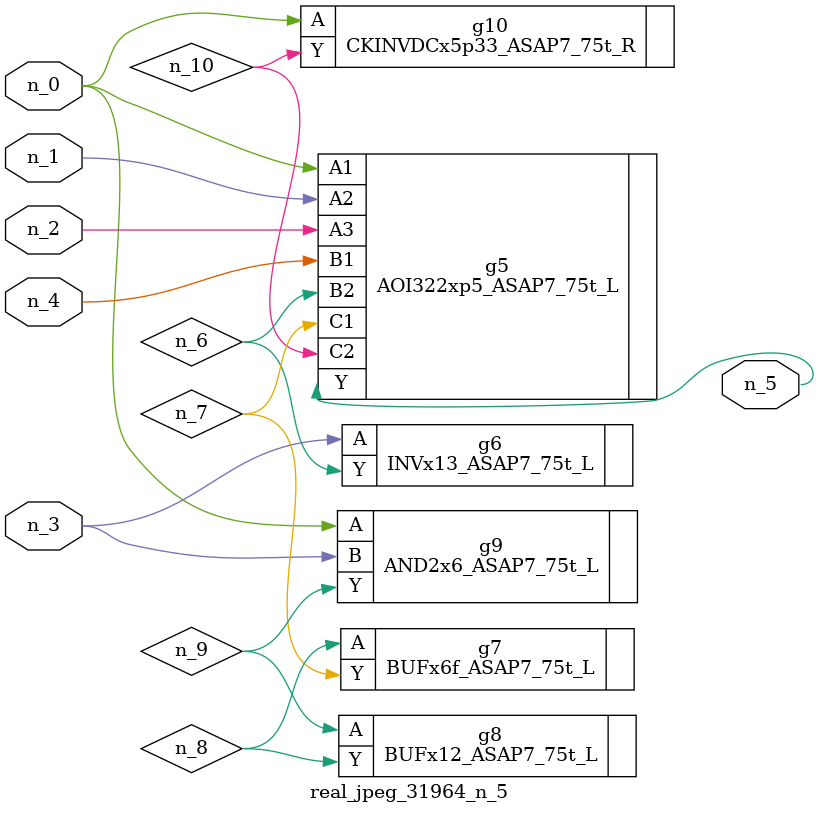
<source format=v>
module real_jpeg_31964_n_5 (n_4, n_0, n_1, n_2, n_3, n_5);

input n_4;
input n_0;
input n_1;
input n_2;
input n_3;

output n_5;

wire n_8;
wire n_6;
wire n_7;
wire n_10;
wire n_9;

AOI322xp5_ASAP7_75t_L g5 ( 
.A1(n_0),
.A2(n_1),
.A3(n_2),
.B1(n_4),
.B2(n_6),
.C1(n_7),
.C2(n_10),
.Y(n_5)
);

AND2x6_ASAP7_75t_L g9 ( 
.A(n_0),
.B(n_3),
.Y(n_9)
);

CKINVDCx5p33_ASAP7_75t_R g10 ( 
.A(n_0),
.Y(n_10)
);

INVx13_ASAP7_75t_L g6 ( 
.A(n_3),
.Y(n_6)
);

BUFx6f_ASAP7_75t_L g7 ( 
.A(n_8),
.Y(n_7)
);

BUFx12_ASAP7_75t_L g8 ( 
.A(n_9),
.Y(n_8)
);


endmodule
</source>
